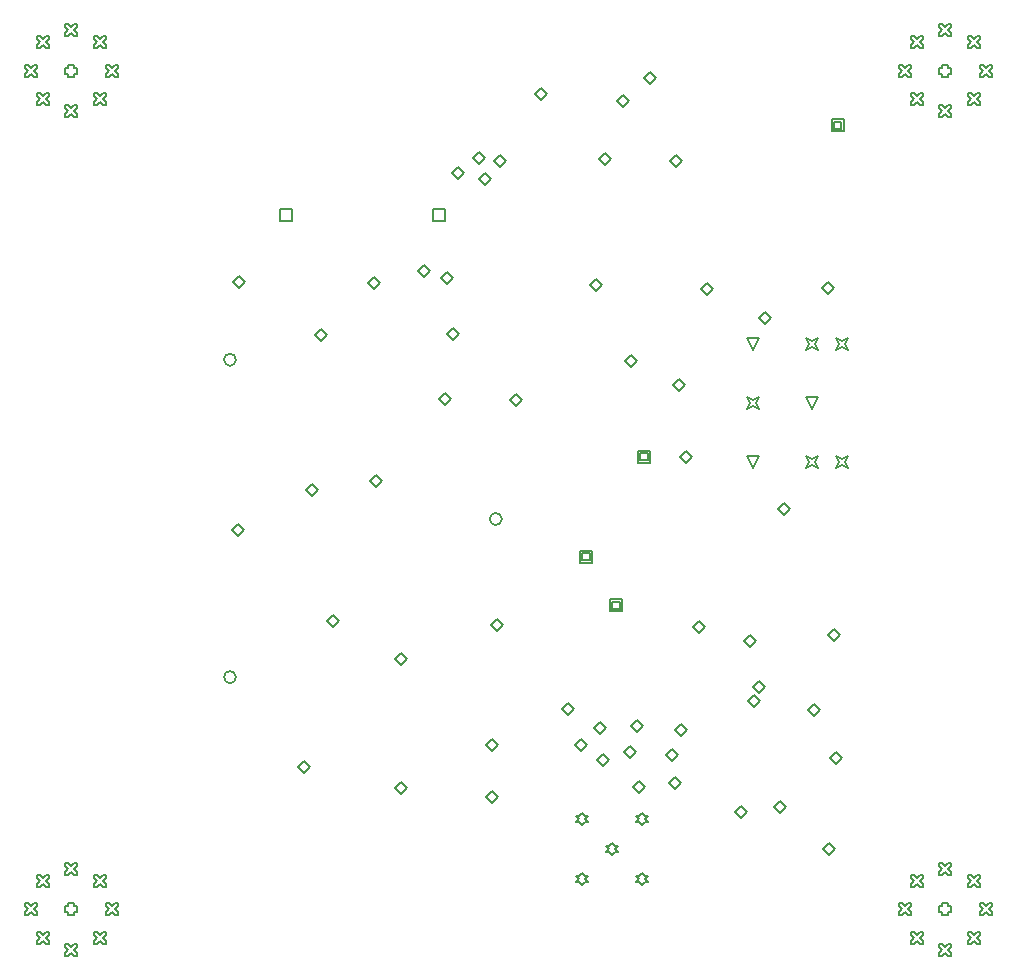
<source format=gbr>
%TF.GenerationSoftware,Altium Limited,Altium Designer,24.2.2 (26)*%
G04 Layer_Color=2752767*
%FSLAX45Y45*%
%MOMM*%
%TF.SameCoordinates,979FBE80-878B-4EC3-91C7-7055811A0E5A*%
%TF.FilePolarity,Positive*%
%TF.FileFunction,Drawing*%
%TF.Part,Single*%
G01*
G75*
%TA.AperFunction,NonConductor*%
%ADD52C,0.12700*%
%ADD97C,0.16933*%
D52*
X14061440Y8432800D02*
Y8534400D01*
X14163040D01*
Y8432800D01*
X14061440D01*
X12766040D02*
Y8534400D01*
X12867641D01*
Y8432800D01*
X12766040D01*
X10974600Y9674600D02*
Y9649200D01*
X11025400D01*
Y9674600D01*
X11050800D01*
Y9725400D01*
X11025400D01*
Y9750800D01*
X10974600D01*
Y9725400D01*
X10949200D01*
Y9674600D01*
X10974600D01*
Y2574600D02*
Y2549200D01*
X11025400D01*
Y2574600D01*
X11050800D01*
Y2625400D01*
X11025400D01*
Y2650800D01*
X10974600D01*
Y2625400D01*
X10949200D01*
Y2574600D01*
X10974600D01*
X18374600D02*
Y2549200D01*
X18425400D01*
Y2574600D01*
X18450800D01*
Y2625400D01*
X18425400D01*
Y2650800D01*
X18374600D01*
Y2625400D01*
X18349200D01*
Y2574600D01*
X18374600D01*
Y9674600D02*
Y9649200D01*
X18425400D01*
Y9674600D01*
X18450800D01*
Y9725400D01*
X18425400D01*
Y9750800D01*
X18374600D01*
Y9725400D01*
X18349200D01*
Y9674600D01*
X18374600D01*
X17271620Y6837680D02*
X17220821Y6939280D01*
X17322420D01*
X17271620Y6837680D01*
X16771620Y7337680D02*
X16720821Y7439280D01*
X16822420D01*
X16771620Y7337680D01*
Y6337680D02*
X16720821Y6439280D01*
X16822420D01*
X16771620Y6337680D01*
X17470821D02*
X17496220Y6388480D01*
X17470821Y6439280D01*
X17521620Y6413880D01*
X17572420Y6439280D01*
X17547020Y6388480D01*
X17572420Y6337680D01*
X17521620Y6363080D01*
X17470821Y6337680D01*
X17220821D02*
X17246220Y6388480D01*
X17220821Y6439280D01*
X17271620Y6413880D01*
X17322420Y6439280D01*
X17297020Y6388480D01*
X17322420Y6337680D01*
X17271620Y6363080D01*
X17220821Y6337680D01*
X16720821Y6837680D02*
X16746220Y6888480D01*
X16720821Y6939280D01*
X16771620Y6913880D01*
X16822420Y6939280D01*
X16797020Y6888480D01*
X16822420Y6837680D01*
X16771620Y6863080D01*
X16720821Y6837680D01*
X17470821Y7337680D02*
X17496220Y7388480D01*
X17470821Y7439280D01*
X17521620Y7413880D01*
X17572420Y7439280D01*
X17547020Y7388480D01*
X17572420Y7337680D01*
X17521620Y7363080D01*
X17470821Y7337680D01*
X17220821D02*
X17246220Y7388480D01*
X17220821Y7439280D01*
X17271620Y7413880D01*
X17322420Y7439280D01*
X17297020Y7388480D01*
X17322420Y7337680D01*
X17271620Y7363080D01*
X17220821Y7337680D01*
X15321280Y3314700D02*
X15346680Y3340100D01*
X15372079D01*
X15346680Y3365500D01*
X15372079Y3390900D01*
X15346680D01*
X15321280Y3416300D01*
X15295880Y3390900D01*
X15270480D01*
X15295880Y3365500D01*
X15270480Y3340100D01*
X15295880D01*
X15321280Y3314700D01*
X15829280D02*
X15854680Y3340100D01*
X15880080D01*
X15854680Y3365500D01*
X15880080Y3390900D01*
X15854680D01*
X15829280Y3416300D01*
X15803880Y3390900D01*
X15778481D01*
X15803880Y3365500D01*
X15778481Y3340100D01*
X15803880D01*
X15829280Y3314700D01*
Y2806700D02*
X15854680Y2832100D01*
X15880080D01*
X15854680Y2857500D01*
X15880080Y2882900D01*
X15854680D01*
X15829280Y2908300D01*
X15803880Y2882900D01*
X15778481D01*
X15803880Y2857500D01*
X15778481Y2832100D01*
X15803880D01*
X15829280Y2806700D01*
X15321280D02*
X15346680Y2832100D01*
X15372079D01*
X15346680Y2857500D01*
X15372079Y2882900D01*
X15346680D01*
X15321280Y2908300D01*
X15295880Y2882900D01*
X15270480D01*
X15295880Y2857500D01*
X15270480Y2832100D01*
X15295880D01*
X15321280Y2806700D01*
X15575281Y3060700D02*
X15600681Y3086100D01*
X15626080D01*
X15600681Y3111500D01*
X15626080Y3136900D01*
X15600681D01*
X15575281Y3162300D01*
X15549879Y3136900D01*
X15524480D01*
X15549879Y3111500D01*
X15524480Y3086100D01*
X15549879D01*
X15575281Y3060700D01*
X12359640Y5816600D02*
X12410440Y5867400D01*
X12461240Y5816600D01*
X12410440Y5765800D01*
X12359640Y5816600D01*
X10706733Y9891667D02*
X10732133D01*
X10757533Y9917067D01*
X10782933Y9891667D01*
X10808333D01*
Y9917067D01*
X10782933Y9942467D01*
X10808333Y9967867D01*
Y9993267D01*
X10782933D01*
X10757533Y9967867D01*
X10732133Y9993267D01*
X10706733D01*
Y9967867D01*
X10732133Y9942467D01*
X10706733Y9917067D01*
Y9891667D01*
X10606300Y9649200D02*
X10631700D01*
X10657100Y9674600D01*
X10682500Y9649200D01*
X10707900D01*
Y9674600D01*
X10682500Y9700000D01*
X10707900Y9725400D01*
Y9750800D01*
X10682500D01*
X10657100Y9725400D01*
X10631700Y9750800D01*
X10606300D01*
Y9725400D01*
X10631700Y9700000D01*
X10606300Y9674600D01*
Y9649200D01*
X10706733Y9406733D02*
X10732133D01*
X10757533Y9432133D01*
X10782933Y9406733D01*
X10808333D01*
Y9432133D01*
X10782933Y9457533D01*
X10808333Y9482933D01*
Y9508333D01*
X10782933D01*
X10757533Y9482933D01*
X10732133Y9508333D01*
X10706733D01*
Y9482933D01*
X10732133Y9457533D01*
X10706733Y9432133D01*
Y9406733D01*
X10949200Y9306300D02*
X10974600D01*
X11000000Y9331700D01*
X11025400Y9306300D01*
X11050800D01*
Y9331700D01*
X11025400Y9357100D01*
X11050800Y9382500D01*
Y9407900D01*
X11025400D01*
X11000000Y9382500D01*
X10974600Y9407900D01*
X10949200D01*
Y9382500D01*
X10974600Y9357100D01*
X10949200Y9331700D01*
Y9306300D01*
X11191667Y9406733D02*
X11217067D01*
X11242467Y9432133D01*
X11267867Y9406733D01*
X11293267D01*
Y9432133D01*
X11267867Y9457533D01*
X11293267Y9482933D01*
Y9508333D01*
X11267867D01*
X11242467Y9482933D01*
X11217067Y9508333D01*
X11191667D01*
Y9482933D01*
X11217067Y9457533D01*
X11191667Y9432133D01*
Y9406733D01*
X11292100Y9649200D02*
X11317500D01*
X11342900Y9674600D01*
X11368300Y9649200D01*
X11393700D01*
Y9674600D01*
X11368300Y9700000D01*
X11393700Y9725400D01*
Y9750800D01*
X11368300D01*
X11342900Y9725400D01*
X11317500Y9750800D01*
X11292100D01*
Y9725400D01*
X11317500Y9700000D01*
X11292100Y9674600D01*
Y9649200D01*
X11191667Y9891667D02*
X11217067D01*
X11242467Y9917067D01*
X11267867Y9891667D01*
X11293267D01*
Y9917067D01*
X11267867Y9942467D01*
X11293267Y9967867D01*
Y9993267D01*
X11267867D01*
X11242467Y9967867D01*
X11217067Y9993267D01*
X11191667D01*
Y9967867D01*
X11217067Y9942467D01*
X11191667Y9917067D01*
Y9891667D01*
X10949200Y9992100D02*
X10974600D01*
X11000000Y10017500D01*
X11025400Y9992100D01*
X11050800D01*
Y10017500D01*
X11025400Y10042900D01*
X11050800Y10068300D01*
Y10093700D01*
X11025400D01*
X11000000Y10068300D01*
X10974600Y10093700D01*
X10949200D01*
Y10068300D01*
X10974600Y10042900D01*
X10949200Y10017500D01*
Y9992100D01*
X10706733Y2791667D02*
X10732133D01*
X10757533Y2817067D01*
X10782933Y2791667D01*
X10808333D01*
Y2817067D01*
X10782933Y2842467D01*
X10808333Y2867867D01*
Y2893267D01*
X10782933D01*
X10757533Y2867867D01*
X10732133Y2893267D01*
X10706733D01*
Y2867867D01*
X10732133Y2842467D01*
X10706733Y2817067D01*
Y2791667D01*
X10606300Y2549200D02*
X10631700D01*
X10657100Y2574600D01*
X10682500Y2549200D01*
X10707900D01*
Y2574600D01*
X10682500Y2600000D01*
X10707900Y2625400D01*
Y2650800D01*
X10682500D01*
X10657100Y2625400D01*
X10631700Y2650800D01*
X10606300D01*
Y2625400D01*
X10631700Y2600000D01*
X10606300Y2574600D01*
Y2549200D01*
X10706733Y2306733D02*
X10732133D01*
X10757533Y2332133D01*
X10782933Y2306733D01*
X10808333D01*
Y2332133D01*
X10782933Y2357533D01*
X10808333Y2382933D01*
Y2408333D01*
X10782933D01*
X10757533Y2382933D01*
X10732133Y2408333D01*
X10706733D01*
Y2382933D01*
X10732133Y2357533D01*
X10706733Y2332133D01*
Y2306733D01*
X10949200Y2206300D02*
X10974600D01*
X11000000Y2231700D01*
X11025400Y2206300D01*
X11050800D01*
Y2231700D01*
X11025400Y2257100D01*
X11050800Y2282500D01*
Y2307900D01*
X11025400D01*
X11000000Y2282500D01*
X10974600Y2307900D01*
X10949200D01*
Y2282500D01*
X10974600Y2257100D01*
X10949200Y2231700D01*
Y2206300D01*
X11191667Y2306733D02*
X11217067D01*
X11242467Y2332133D01*
X11267867Y2306733D01*
X11293267D01*
Y2332133D01*
X11267867Y2357533D01*
X11293267Y2382933D01*
Y2408333D01*
X11267867D01*
X11242467Y2382933D01*
X11217067Y2408333D01*
X11191667D01*
Y2382933D01*
X11217067Y2357533D01*
X11191667Y2332133D01*
Y2306733D01*
X11292100Y2549200D02*
X11317500D01*
X11342900Y2574600D01*
X11368300Y2549200D01*
X11393700D01*
Y2574600D01*
X11368300Y2600000D01*
X11393700Y2625400D01*
Y2650800D01*
X11368300D01*
X11342900Y2625400D01*
X11317500Y2650800D01*
X11292100D01*
Y2625400D01*
X11317500Y2600000D01*
X11292100Y2574600D01*
Y2549200D01*
X11191667Y2791667D02*
X11217067D01*
X11242467Y2817067D01*
X11267867Y2791667D01*
X11293267D01*
Y2817067D01*
X11267867Y2842467D01*
X11293267Y2867867D01*
Y2893267D01*
X11267867D01*
X11242467Y2867867D01*
X11217067Y2893267D01*
X11191667D01*
Y2867867D01*
X11217067Y2842467D01*
X11191667Y2817067D01*
Y2791667D01*
X10949200Y2892100D02*
X10974600D01*
X11000000Y2917500D01*
X11025400Y2892100D01*
X11050800D01*
Y2917500D01*
X11025400Y2942900D01*
X11050800Y2968300D01*
Y2993700D01*
X11025400D01*
X11000000Y2968300D01*
X10974600Y2993700D01*
X10949200D01*
Y2968300D01*
X10974600Y2942900D01*
X10949200Y2917500D01*
Y2892100D01*
X18106734Y2791667D02*
X18132133D01*
X18157533Y2817067D01*
X18182933Y2791667D01*
X18208333D01*
Y2817067D01*
X18182933Y2842467D01*
X18208333Y2867867D01*
Y2893267D01*
X18182933D01*
X18157533Y2867867D01*
X18132133Y2893267D01*
X18106734D01*
Y2867867D01*
X18132133Y2842467D01*
X18106734Y2817067D01*
Y2791667D01*
X18006300Y2549200D02*
X18031700D01*
X18057100Y2574600D01*
X18082500Y2549200D01*
X18107899D01*
Y2574600D01*
X18082500Y2600000D01*
X18107899Y2625400D01*
Y2650800D01*
X18082500D01*
X18057100Y2625400D01*
X18031700Y2650800D01*
X18006300D01*
Y2625400D01*
X18031700Y2600000D01*
X18006300Y2574600D01*
Y2549200D01*
X18106734Y2306733D02*
X18132133D01*
X18157533Y2332133D01*
X18182933Y2306733D01*
X18208333D01*
Y2332133D01*
X18182933Y2357533D01*
X18208333Y2382933D01*
Y2408333D01*
X18182933D01*
X18157533Y2382933D01*
X18132133Y2408333D01*
X18106734D01*
Y2382933D01*
X18132133Y2357533D01*
X18106734Y2332133D01*
Y2306733D01*
X18349200Y2206300D02*
X18374600D01*
X18400000Y2231700D01*
X18425400Y2206300D01*
X18450800D01*
Y2231700D01*
X18425400Y2257100D01*
X18450800Y2282500D01*
Y2307900D01*
X18425400D01*
X18400000Y2282500D01*
X18374600Y2307900D01*
X18349200D01*
Y2282500D01*
X18374600Y2257100D01*
X18349200Y2231700D01*
Y2206300D01*
X18591667Y2306733D02*
X18617067D01*
X18642467Y2332133D01*
X18667867Y2306733D01*
X18693266D01*
Y2332133D01*
X18667867Y2357533D01*
X18693266Y2382933D01*
Y2408333D01*
X18667867D01*
X18642467Y2382933D01*
X18617067Y2408333D01*
X18591667D01*
Y2382933D01*
X18617067Y2357533D01*
X18591667Y2332133D01*
Y2306733D01*
X18692101Y2549200D02*
X18717500D01*
X18742900Y2574600D01*
X18768300Y2549200D01*
X18793700D01*
Y2574600D01*
X18768300Y2600000D01*
X18793700Y2625400D01*
Y2650800D01*
X18768300D01*
X18742900Y2625400D01*
X18717500Y2650800D01*
X18692101D01*
Y2625400D01*
X18717500Y2600000D01*
X18692101Y2574600D01*
Y2549200D01*
X18591667Y2791667D02*
X18617067D01*
X18642467Y2817067D01*
X18667867Y2791667D01*
X18693266D01*
Y2817067D01*
X18667867Y2842467D01*
X18693266Y2867867D01*
Y2893267D01*
X18667867D01*
X18642467Y2867867D01*
X18617067Y2893267D01*
X18591667D01*
Y2867867D01*
X18617067Y2842467D01*
X18591667Y2817067D01*
Y2791667D01*
X18349200Y2892100D02*
X18374600D01*
X18400000Y2917500D01*
X18425400Y2892100D01*
X18450800D01*
Y2917500D01*
X18425400Y2942900D01*
X18450800Y2968300D01*
Y2993700D01*
X18425400D01*
X18400000Y2968300D01*
X18374600Y2993700D01*
X18349200D01*
Y2968300D01*
X18374600Y2942900D01*
X18349200Y2917500D01*
Y2892100D01*
X18106734Y9891667D02*
X18132133D01*
X18157533Y9917067D01*
X18182933Y9891667D01*
X18208333D01*
Y9917067D01*
X18182933Y9942467D01*
X18208333Y9967867D01*
Y9993267D01*
X18182933D01*
X18157533Y9967867D01*
X18132133Y9993267D01*
X18106734D01*
Y9967867D01*
X18132133Y9942467D01*
X18106734Y9917067D01*
Y9891667D01*
X18006300Y9649200D02*
X18031700D01*
X18057100Y9674600D01*
X18082500Y9649200D01*
X18107899D01*
Y9674600D01*
X18082500Y9700000D01*
X18107899Y9725400D01*
Y9750800D01*
X18082500D01*
X18057100Y9725400D01*
X18031700Y9750800D01*
X18006300D01*
Y9725400D01*
X18031700Y9700000D01*
X18006300Y9674600D01*
Y9649200D01*
X18106734Y9406733D02*
X18132133D01*
X18157533Y9432133D01*
X18182933Y9406733D01*
X18208333D01*
Y9432133D01*
X18182933Y9457533D01*
X18208333Y9482933D01*
Y9508333D01*
X18182933D01*
X18157533Y9482933D01*
X18132133Y9508333D01*
X18106734D01*
Y9482933D01*
X18132133Y9457533D01*
X18106734Y9432133D01*
Y9406733D01*
X18349200Y9306300D02*
X18374600D01*
X18400000Y9331700D01*
X18425400Y9306300D01*
X18450800D01*
Y9331700D01*
X18425400Y9357100D01*
X18450800Y9382500D01*
Y9407900D01*
X18425400D01*
X18400000Y9382500D01*
X18374600Y9407900D01*
X18349200D01*
Y9382500D01*
X18374600Y9357100D01*
X18349200Y9331700D01*
Y9306300D01*
X18591667Y9406733D02*
X18617067D01*
X18642467Y9432133D01*
X18667867Y9406733D01*
X18693266D01*
Y9432133D01*
X18667867Y9457533D01*
X18693266Y9482933D01*
Y9508333D01*
X18667867D01*
X18642467Y9482933D01*
X18617067Y9508333D01*
X18591667D01*
Y9482933D01*
X18617067Y9457533D01*
X18591667Y9432133D01*
Y9406733D01*
X18692101Y9649200D02*
X18717500D01*
X18742900Y9674600D01*
X18768300Y9649200D01*
X18793700D01*
Y9674600D01*
X18768300Y9700000D01*
X18793700Y9725400D01*
Y9750800D01*
X18768300D01*
X18742900Y9725400D01*
X18717500Y9750800D01*
X18692101D01*
Y9725400D01*
X18717500Y9700000D01*
X18692101Y9674600D01*
Y9649200D01*
X18591667Y9891667D02*
X18617067D01*
X18642467Y9917067D01*
X18667867Y9891667D01*
X18693266D01*
Y9917067D01*
X18667867Y9942467D01*
X18693266Y9967867D01*
Y9993267D01*
X18667867D01*
X18642467Y9967867D01*
X18617067Y9993267D01*
X18591667D01*
Y9967867D01*
X18617067Y9942467D01*
X18591667Y9917067D01*
Y9891667D01*
X18349200Y9992100D02*
X18374600D01*
X18400000Y10017500D01*
X18425400Y9992100D01*
X18450800D01*
Y10017500D01*
X18425400Y10042900D01*
X18450800Y10068300D01*
Y10093700D01*
X18425400D01*
X18400000Y10068300D01*
X18374600Y10093700D01*
X18349200D01*
Y10068300D01*
X18374600Y10042900D01*
X18349200Y10017500D01*
Y9992100D01*
X14579601Y8940800D02*
X14630400Y8991600D01*
X14681200Y8940800D01*
X14630400Y8890000D01*
X14579601Y8940800D01*
X14401801Y8966200D02*
X14452600Y9017000D01*
X14503400Y8966200D01*
X14452600Y8915400D01*
X14401801Y8966200D01*
X14452600Y8788400D02*
X14503400Y8839200D01*
X14554201Y8788400D01*
X14503400Y8737600D01*
X14452600Y8788400D01*
X14224001Y8839200D02*
X14274800Y8890000D01*
X14325600Y8839200D01*
X14274800Y8788400D01*
X14224001Y8839200D01*
X17424400Y3881120D02*
X17475200Y3931920D01*
X17525999Y3881120D01*
X17475200Y3830320D01*
X17424400Y3881120D01*
X15796260Y6383020D02*
Y6484620D01*
X15897861D01*
Y6383020D01*
X15796260D01*
X15816580Y6403340D02*
Y6464300D01*
X15877541D01*
Y6403340D01*
X15816580D01*
X16149319Y6428740D02*
X16200121Y6479540D01*
X16250920Y6428740D01*
X16200121Y6377940D01*
X16149319Y6428740D01*
X16060420Y3670300D02*
X16111220Y3721100D01*
X16162019Y3670300D01*
X16111220Y3619500D01*
X16060420Y3670300D01*
X15448280Y3863340D02*
X15499080Y3914140D01*
X15549879Y3863340D01*
X15499080Y3812540D01*
X15448280Y3863340D01*
X15425420Y4137660D02*
X15476221Y4188460D01*
X15527020Y4137660D01*
X15476221Y4086860D01*
X15425420Y4137660D01*
X15737840Y4155440D02*
X15788640Y4206240D01*
X15839439Y4155440D01*
X15788640Y4104640D01*
X15737840Y4155440D01*
X15755620Y3637280D02*
X15806419Y3688080D01*
X15857220Y3637280D01*
X15806419Y3586480D01*
X15755620Y3637280D01*
X16029939Y3911600D02*
X16080740Y3962400D01*
X16131540Y3911600D01*
X16080740Y3860800D01*
X16029939Y3911600D01*
X16108681Y4122420D02*
X16159480Y4173220D01*
X16210280Y4122420D01*
X16159480Y4071620D01*
X16108681Y4122420D01*
X15674339Y3937000D02*
X15725140Y3987800D01*
X15775940Y3937000D01*
X15725140Y3886200D01*
X15674339Y3937000D01*
X15262860Y3992880D02*
X15313660Y4043680D01*
X15364461Y3992880D01*
X15313660Y3942080D01*
X15262860Y3992880D01*
X15151100Y4300220D02*
X15201900Y4351020D01*
X15252699Y4300220D01*
X15201900Y4249420D01*
X15151100Y4300220D01*
X17409160Y4919980D02*
X17459959Y4970780D01*
X17510760Y4919980D01*
X17459959Y4869180D01*
X17409160Y4919980D01*
X16093440Y7040880D02*
X16144240Y7091680D01*
X16195039Y7040880D01*
X16144240Y6990080D01*
X16093440Y7040880D01*
X17350740Y7863840D02*
X17401540Y7914640D01*
X17452341Y7863840D01*
X17401540Y7813040D01*
X17350740Y7863840D01*
X16327119Y7856220D02*
X16377921Y7907020D01*
X16428720Y7856220D01*
X16377921Y7805420D01*
X16327119Y7856220D01*
X15689580Y7241540D02*
X15740379Y7292340D01*
X15791180Y7241540D01*
X15740379Y7190740D01*
X15689580Y7241540D01*
X15392400Y7886700D02*
X15443201Y7937500D01*
X15494000Y7886700D01*
X15443201Y7835900D01*
X15392400Y7886700D01*
X12367260Y7912100D02*
X12418060Y7962900D01*
X12468860Y7912100D01*
X12418060Y7861300D01*
X12367260Y7912100D01*
X14183360Y7475220D02*
X14234160Y7526020D01*
X14284959Y7475220D01*
X14234160Y7424420D01*
X14183360Y7475220D01*
X14124940Y7945120D02*
X14175740Y7995920D01*
X14226540Y7945120D01*
X14175740Y7894320D01*
X14124940Y7945120D01*
X13931900Y8008620D02*
X13982700Y8059420D01*
X14033501Y8008620D01*
X13982700Y7957820D01*
X13931900Y8008620D01*
X13512801Y7904480D02*
X13563600Y7955280D01*
X13614400Y7904480D01*
X13563600Y7853680D01*
X13512801Y7904480D01*
X13060680Y7459980D02*
X13111481Y7510780D01*
X13162280Y7459980D01*
X13111481Y7409180D01*
X13060680Y7459980D01*
X14109700Y6918960D02*
X14160500Y6969760D01*
X14211301Y6918960D01*
X14160500Y6868160D01*
X14109700Y6918960D01*
X14714220Y6911340D02*
X14765021Y6962140D01*
X14815820Y6911340D01*
X14765021Y6860540D01*
X14714220Y6911340D01*
X12989560Y6154420D02*
X13040359Y6205220D01*
X13091161Y6154420D01*
X13040359Y6103620D01*
X12989560Y6154420D01*
X13530580Y6225540D02*
X13581380Y6276340D01*
X13632179Y6225540D01*
X13581380Y6174740D01*
X13530580Y6225540D01*
X13159740Y5041900D02*
X13210539Y5092700D01*
X13261340Y5041900D01*
X13210539Y4991100D01*
X13159740Y5041900D01*
X13738860Y4719320D02*
X13789661Y4770120D01*
X13840460Y4719320D01*
X13789661Y4668520D01*
X13738860Y4719320D01*
X14554201Y5008880D02*
X14605000Y5059680D01*
X14655800Y5008880D01*
X14605000Y4958080D01*
X14554201Y5008880D01*
X12915900Y3807460D02*
X12966701Y3858260D01*
X13017500Y3807460D01*
X12966701Y3756660D01*
X12915900Y3807460D01*
X13738860Y3629660D02*
X13789661Y3680460D01*
X13840460Y3629660D01*
X13789661Y3578860D01*
X13738860Y3629660D01*
X14505940Y3992880D02*
X14556740Y4043680D01*
X14607539Y3992880D01*
X14556740Y3942080D01*
X14505940Y3992880D01*
Y3548380D02*
X14556740Y3599180D01*
X14607539Y3548380D01*
X14556740Y3497580D01*
X14505940Y3548380D01*
X16819881Y7604760D02*
X16870680Y7655560D01*
X16921480Y7604760D01*
X16870680Y7553960D01*
X16819881Y7604760D01*
X16266161Y4991100D02*
X16316960Y5041900D01*
X16367760Y4991100D01*
X16316960Y4940300D01*
X16266161Y4991100D01*
X17233900Y4287520D02*
X17284700Y4338320D01*
X17335500Y4287520D01*
X17284700Y4236720D01*
X17233900Y4287520D01*
X16068040Y8935720D02*
X16118840Y8986520D01*
X16169640Y8935720D01*
X16118840Y8884920D01*
X16068040Y8935720D01*
X17363440Y3108960D02*
X17414240Y3159760D01*
X17465041Y3108960D01*
X17414240Y3058160D01*
X17363440Y3108960D01*
X16728439Y4368800D02*
X16779240Y4419600D01*
X16830040Y4368800D01*
X16779240Y4318000D01*
X16728439Y4368800D01*
X16766541Y4480560D02*
X16817340Y4531360D01*
X16868140Y4480560D01*
X16817340Y4429760D01*
X16766541Y4480560D01*
X16690340Y4871720D02*
X16741141Y4922520D01*
X16791940Y4871720D01*
X16741141Y4820920D01*
X16690340Y4871720D01*
X16951961Y3464560D02*
X17002760Y3515360D01*
X17053560Y3464560D01*
X17002760Y3413760D01*
X16951961Y3464560D01*
X16616679Y3423920D02*
X16667480Y3474720D01*
X16718280Y3423920D01*
X16667480Y3373120D01*
X16616679Y3423920D01*
X16984979Y5989320D02*
X17035780Y6040120D01*
X17086580Y5989320D01*
X17035780Y5938520D01*
X16984979Y5989320D01*
X15306039Y5534660D02*
Y5636260D01*
X15407640D01*
Y5534660D01*
X15306039D01*
X15326360Y5554980D02*
Y5615940D01*
X15387320D01*
Y5554980D01*
X15326360D01*
X15560040Y5123180D02*
Y5224780D01*
X15661639D01*
Y5123180D01*
X15560040D01*
X15580360Y5143500D02*
Y5204460D01*
X15641319D01*
Y5143500D01*
X15580360D01*
X15621001Y9447800D02*
X15671800Y9498600D01*
X15722600Y9447800D01*
X15671800Y9397000D01*
X15621001Y9447800D01*
X15847060Y9641840D02*
X15897861Y9692640D01*
X15948660Y9641840D01*
X15897861Y9591040D01*
X15847060Y9641840D01*
X14925040Y9507220D02*
X14975841Y9558020D01*
X15026640Y9507220D01*
X14975841Y9456420D01*
X14925040Y9507220D01*
X15468600Y8956040D02*
X15519400Y9006840D01*
X15570200Y8956040D01*
X15519400Y8905240D01*
X15468600Y8956040D01*
X17437100Y9189720D02*
Y9291320D01*
X17538699D01*
Y9189720D01*
X17437100D01*
X17457420Y9210040D02*
Y9271000D01*
X17518381D01*
Y9210040D01*
X17457420D01*
D97*
X14643100Y5905500D02*
G03*
X14643100Y5905500I-50800J0D01*
G01*
X12392660Y4566920D02*
G03*
X12392660Y4566920I-50800J0D01*
G01*
Y7254240D02*
G03*
X12392660Y7254240I-50800J0D01*
G01*
%TF.MD5,641618c71e340a801ca6ce92d46570af*%
M02*

</source>
